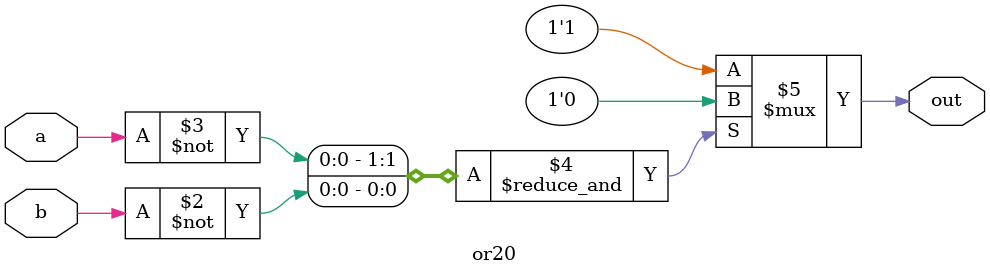
<source format=v>
module or20 (
    input wire a,b,
    output reg out
);

    always @(*) begin
        out = (&{~a,~b}) ? 1'b0 : 1'b1;
    end
    
endmodule

</source>
